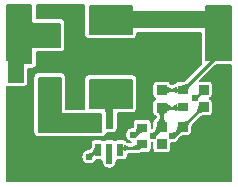
<source format=gtl>
G04 Layer: TopLayer*
G04 EasyEDA Pro v2.2.37.7, 2025-06-16 05:36:05*
G04 Gerber Generator version 0.3*
G04 Scale: 100 percent, Rotated: No, Reflected: No*
G04 Dimensions in millimeters*
G04 Leading zeros omitted, absolute positions, 4 integers and 5 decimals*
%FSLAX45Y45*%
%MOMM*%
%ADD10C,0.2032*%
%ADD11R,1.72799X1.48501*%
%ADD12R,0.9X0.8*%
%ADD13R,1.35001X1.41*%
%ADD14R,0.9X0.8*%
%ADD15R,1.62001X2.04638*%
%ADD16R,1.62001X2.04638*%
%ADD17R,1.2X1.4*%
%ADD18C,1.8*%
%ADD19R,1.8014X1.8*%
%ADD20R,1.8X1.8*%
%ADD21R,3.62001X2.424*%
%ADD22R,0.86401X0.80648*%
%ADD23R,0.532X1.07201*%
%ADD24C,0.61*%
%ADD25C,0.254*%
G75*


G04 Copper Start*
G36*
G01X3563620Y-764540D02*
G01X3553714Y-764540D01*
G01X3553714Y-302514D01*
G01X3761740Y-302514D01*
G01X3761740Y-444500D01*
G01X3762513Y-448388D01*
G01X3764716Y-451684D01*
G01X3767256Y-454224D01*
G01X3770552Y-456427D01*
G01X3774440Y-457200D01*
G01X4001911Y-457200D01*
G01X4001911Y-655320D01*
G01X3772106Y-655320D01*
G01X3767026Y-656681D01*
G01X3763307Y-660400D01*
G01X3761946Y-665480D01*
G01X3761946Y-794483D01*
G01X3700875Y-794483D01*
G01X3695795Y-795844D01*
G01X3692076Y-799563D01*
G01X3690715Y-804643D01*
G01X3690715Y-948208D01*
G01X3573780Y-948208D01*
G01X3573780Y-774700D01*
G01X3572419Y-769620D01*
G01X3568700Y-765901D01*
G01X3563620Y-764540D01*
G37*
G36*
G01X4020820Y-1224280D02*
G01X4354217Y-1224280D01*
G01X4354217Y-1374140D01*
G01X3824494Y-1374140D01*
G01X3824494Y-916940D01*
G01X4008120Y-916940D01*
G01X4008120Y-1211580D01*
G01X4008893Y-1215468D01*
G01X4011096Y-1218764D01*
G01X4013636Y-1221304D01*
G01X4016932Y-1223507D01*
G01X4020820Y-1224280D01*
G37*
G36*
G01X4445000Y-1341120D02*
G01X4400191Y-1341120D01*
G01X4400191Y-1214120D01*
G01X4399208Y-1205784D01*
G01X4396311Y-1197906D01*
G01X4391660Y-1190919D01*
G01X4391660Y-1181100D01*
G01X4390299Y-1176020D01*
G01X4386580Y-1172301D01*
G01X4381500Y-1170940D01*
G01X4253627Y-1170940D01*
G01X4253627Y-932180D01*
G01X4609864Y-932180D01*
G01X4609864Y-1170940D01*
G01X4455160Y-1170940D01*
G01X4450080Y-1172301D01*
G01X4446361Y-1176020D01*
G01X4445000Y-1181100D01*
G01X4445000Y-1341120D01*
G37*
G36*
G01X5242560Y-307261D02*
G01X5448300Y-307261D01*
G01X5448300Y-764540D01*
G01X5242560Y-764540D01*
G01X5242560Y-499430D01*
G01X5241199Y-494350D01*
G01X5237480Y-490631D01*
G01X5232400Y-489270D01*
G01X4620858Y-489270D01*
G01X4615778Y-490631D01*
G01X4612060Y-494350D01*
G01X4610698Y-499430D01*
G01X4610698Y-543560D01*
G01X4254500Y-543560D01*
G01X4254500Y-305244D01*
G01X4610987Y-305244D01*
G01X4610987Y-345234D01*
G01X4612348Y-350314D01*
G01X4616067Y-354033D01*
G01X4621147Y-355394D01*
G01X5232400Y-355394D01*
G01X5237480Y-354033D01*
G01X5241199Y-350314D01*
G01X5242560Y-345234D01*
G01X5242560Y-307261D01*
G37*
G36*
G01X5445213Y-810514D02*
G01X5450586Y-812178D01*
G01X5450586Y-1792986D01*
G01X3553714Y-1792986D01*
G01X3553714Y-992785D01*
G01X3563620Y-994182D01*
G01X3700875Y-994182D01*
G01X3711942Y-992429D01*
G01X3721926Y-987342D01*
G01X3729849Y-979419D01*
G01X3734936Y-969435D01*
G01X3736689Y-958368D01*
G01X3736689Y-906891D01*
G01X3776726Y-906891D01*
G01X3778520Y-917974D01*
G01X3778520Y-1384300D01*
G01X3780273Y-1395367D01*
G01X3785360Y-1405351D01*
G01X3793283Y-1413274D01*
G01X3803267Y-1418361D01*
G01X3814334Y-1420114D01*
G01X4363720Y-1420114D01*
G01X4372989Y-1418894D01*
G01X4381627Y-1415316D01*
G01X4389044Y-1409624D01*
G01X4389701Y-1408967D01*
G01X4394801Y-1402538D01*
G01X4398303Y-1395117D01*
G01X4400024Y-1387094D01*
G01X4454803Y-1387094D01*
G01X4464072Y-1385874D01*
G01X4472710Y-1382296D01*
G01X4480127Y-1376604D01*
G01X4480484Y-1376247D01*
G01X4486176Y-1368830D01*
G01X4489754Y-1360192D01*
G01X4490974Y-1350923D01*
G01X4490974Y-1216914D01*
G01X4620260Y-1216914D01*
G01X4632107Y-1214898D01*
G01X4642620Y-1209076D01*
G01X4650616Y-1200105D01*
G01X4655193Y-1188993D01*
G01X4655838Y-1176993D01*
G01X4655838Y-922020D01*
G01X4654085Y-910953D01*
G01X4648998Y-900969D01*
G01X4641075Y-893046D01*
G01X4631091Y-887959D01*
G01X4620024Y-886206D01*
G01X4243467Y-886206D01*
G01X4232400Y-887959D01*
G01X4222416Y-893046D01*
G01X4214493Y-900969D01*
G01X4209406Y-910953D01*
G01X4207653Y-922020D01*
G01X4207653Y-1178306D01*
G01X4054094Y-1178306D01*
G01X4054094Y-1178306D01*
G01X4054094Y-906780D01*
G01X4052341Y-895713D01*
G01X4047254Y-885729D01*
G01X4039331Y-877806D01*
G01X4029347Y-872719D01*
G01X4018280Y-870966D01*
G01X3812540Y-870966D01*
G01X3801452Y-872726D01*
G01X3791453Y-877832D01*
G01X3783527Y-885783D01*
G01X3778452Y-895797D01*
G01X3776726Y-906891D01*
G01X3736689Y-906891D01*
G01X3736689Y-840457D01*
G01X3772106Y-840457D01*
G01X3783173Y-838704D01*
G01X3793157Y-833617D01*
G01X3801080Y-825693D01*
G01X3806167Y-815710D01*
G01X3807920Y-804643D01*
G01X3807920Y-701294D01*
G01X4010660Y-701294D01*
G01X4019929Y-700074D01*
G01X4028567Y-696496D01*
G01X4035984Y-690804D01*
G01X4037395Y-689394D01*
G01X4043087Y-681976D01*
G01X4046664Y-673339D01*
G01X4047885Y-664069D01*
G01X4047885Y-447040D01*
G01X4046132Y-435973D01*
G01X4041045Y-425989D01*
G01X4033122Y-418066D01*
G01X4023138Y-412979D01*
G01X4012071Y-411226D01*
G01X3807714Y-411226D01*
G01X3807714Y-302514D01*
G01X4208526Y-302514D01*
G01X4208526Y-553720D01*
G01X4210279Y-564787D01*
G01X4215366Y-574771D01*
G01X4223289Y-582694D01*
G01X4233273Y-587781D01*
G01X4244340Y-589534D01*
G01X4620858Y-589534D01*
G01X4631926Y-587781D01*
G01X4641909Y-582694D01*
G01X4649833Y-574771D01*
G01X4654920Y-564787D01*
G01X4656672Y-553720D01*
G01X4656672Y-535244D01*
G01X5196586Y-535244D01*
G01X5196586Y-774700D01*
G01X5197952Y-784496D01*
G01X5201944Y-793544D01*
G01X5054225Y-941263D01*
G01X5045984Y-945077D01*
G01X5036999Y-946384D01*
G01X4996900Y-946384D01*
G01X4986356Y-947971D01*
G01X4976746Y-952593D01*
G01X4968923Y-959838D01*
G01X4963580Y-969066D01*
G01X4958800Y-970077D01*
G01X4945400Y-970077D01*
G01X4942048Y-969591D01*
G01X4937331Y-958754D01*
G01X4929345Y-950041D01*
G01X4918957Y-944403D01*
G01X4907300Y-942453D01*
G01X4820900Y-942453D01*
G01X4809833Y-944206D01*
G01X4799849Y-949293D01*
G01X4791926Y-957216D01*
G01X4786839Y-967200D01*
G01X4785086Y-978267D01*
G01X4785086Y-1058915D01*
G01X4786400Y-1068528D01*
G01X4790247Y-1077437D01*
G01X4796344Y-1084985D01*
G01X4804244Y-1090620D01*
G01X4813366Y-1093927D01*
G01X4804244Y-1097235D01*
G01X4796344Y-1102869D01*
G01X4790247Y-1110418D01*
G01X4786400Y-1119326D01*
G01X4785086Y-1128940D01*
G01X4785086Y-1209587D01*
G01X4786572Y-1219798D01*
G01X4790908Y-1229161D01*
G01X4797733Y-1236899D01*
G01X4806480Y-1242370D01*
G01X4816425Y-1245121D01*
G01X4816707Y-1247687D01*
G01X4816707Y-1251264D01*
G01X4816387Y-1253996D01*
G01X4806749Y-1256969D01*
G01X4798323Y-1262512D01*
G01X4791776Y-1270184D01*
G01X4787627Y-1279378D01*
G01X4786207Y-1289364D01*
G01X4786207Y-1328946D01*
G01X4784559Y-1339008D01*
G01X4779814Y-1339634D01*
G01X4779814Y-1299698D01*
G01X4778061Y-1288631D01*
G01X4772974Y-1278647D01*
G01X4765051Y-1270724D01*
G01X4755067Y-1265637D01*
G01X4744000Y-1263884D01*
G01X4654000Y-1263884D01*
G01X4642933Y-1265637D01*
G01X4632949Y-1270724D01*
G01X4625026Y-1278647D01*
G01X4619939Y-1288631D01*
G01X4618186Y-1299698D01*
G01X4618186Y-1332777D01*
G01X4602284Y-1334604D01*
G01X4587282Y-1340188D01*
G01X4574056Y-1349204D01*
G01X4563375Y-1361127D01*
G01X4555863Y-1375262D01*
G01X4551956Y-1390785D01*
G01X4551883Y-1406792D01*
G01X4555647Y-1422350D01*
G01X4563030Y-1436553D01*
G01X4573600Y-1448573D01*
G01X4586743Y-1457710D01*
G01X4601693Y-1463431D01*
G01X4579296Y-1463431D01*
G01X4575343Y-1462750D01*
G01X4570294Y-1452669D01*
G01X4562361Y-1444658D01*
G01X4552330Y-1439510D01*
G01X4541196Y-1437735D01*
G01X4487996Y-1437735D01*
G01X4477019Y-1439459D01*
G01X4467098Y-1444465D01*
G01X4457177Y-1439459D01*
G01X4446200Y-1437735D01*
G01X4393000Y-1437735D01*
G01X4382023Y-1439459D01*
G01X4372102Y-1444465D01*
G01X4362181Y-1439459D01*
G01X4351204Y-1437735D01*
G01X4298004Y-1437735D01*
G01X4286937Y-1439488D01*
G01X4276953Y-1444575D01*
G01X4269030Y-1452498D01*
G01X4263943Y-1462482D01*
G01X4262190Y-1473549D01*
G01X4262190Y-1502245D01*
G01X4258136Y-1509936D01*
G01X4252634Y-1516667D01*
G01X4250744Y-1518556D01*
G01X4249105Y-1518647D01*
G01X4233741Y-1520526D01*
G01X4219232Y-1525916D01*
G01X4206367Y-1534522D01*
G01X4195848Y-1545876D01*
G01X4188247Y-1559359D01*
G01X4183979Y-1574237D01*
G01X4183275Y-1589699D01*
G01X4186176Y-1604902D01*
G01X4192521Y-1619020D01*
G01X4201966Y-1631282D01*
G01X4213997Y-1641020D01*
G01X4227957Y-1647705D01*
G01X4243087Y-1650971D01*
G01X4258561Y-1650641D01*
G01X4273538Y-1646733D01*
G01X4287200Y-1639460D01*
G01X4298805Y-1629217D01*
G01X4307719Y-1616564D01*
G01X4351204Y-1616564D01*
G01X4353708Y-1616476D01*
G01X4353825Y-1632388D01*
G01X4357730Y-1647813D01*
G01X4365196Y-1661864D01*
G01X4375795Y-1673732D01*
G01X4388916Y-1682734D01*
G01X4403803Y-1688351D01*
G01X4419600Y-1690260D01*
G01X4435397Y-1688351D01*
G01X4450284Y-1682734D01*
G01X4463405Y-1673732D01*
G01X4474004Y-1661864D01*
G01X4481470Y-1647813D01*
G01X4485375Y-1632388D01*
G01X4485492Y-1616476D01*
G01X4487996Y-1616564D01*
G01X4541196Y-1616564D01*
G01X4552263Y-1614811D01*
G01X4562247Y-1609724D01*
G01X4570170Y-1601801D01*
G01X4575257Y-1591817D01*
G01X4577010Y-1580750D01*
G01X4577010Y-1560682D01*
G01X4579296Y-1560459D01*
G01X4666757Y-1560459D01*
G01X4677707Y-1559207D01*
G01X4688092Y-1555516D01*
G01X4744000Y-1555516D01*
G01X4755067Y-1553763D01*
G01X4765051Y-1548676D01*
G01X4772974Y-1540753D01*
G01X4778061Y-1530769D01*
G01X4779814Y-1519702D01*
G01X4779814Y-1470414D01*
G01X4786207Y-1471176D01*
G01X4786207Y-1520684D01*
G01X4787960Y-1531751D01*
G01X4793047Y-1541735D01*
G01X4800970Y-1549658D01*
G01X4810954Y-1554745D01*
G01X4822021Y-1556498D01*
G01X4908422Y-1556498D01*
G01X4919489Y-1554745D01*
G01X4929473Y-1549658D01*
G01X4937396Y-1541735D01*
G01X4942483Y-1531751D01*
G01X4944236Y-1520684D01*
G01X4944236Y-1472876D01*
G01X4958027Y-1473301D01*
G01X4971607Y-1470863D01*
G01X4984389Y-1465667D01*
G01X4995819Y-1457939D01*
G01X5005402Y-1448013D01*
G01X5012724Y-1436319D01*
G01X5016675Y-1428821D01*
G01X5017531Y-1427545D01*
G01X5018771Y-1426101D01*
G01X5029251Y-1415622D01*
G01X5037492Y-1411809D01*
G01X5046478Y-1410501D01*
G01X5085100Y-1410501D01*
G01X5096167Y-1408749D01*
G01X5106151Y-1403662D01*
G01X5114074Y-1395738D01*
G01X5119161Y-1385755D01*
G01X5120914Y-1374687D01*
G01X5120914Y-1336065D01*
G01X5122221Y-1327079D01*
G01X5126035Y-1318838D01*
G01X5196942Y-1247931D01*
G01X5205183Y-1244118D01*
G01X5214168Y-1242811D01*
G01X5262037Y-1242811D01*
G01X5273104Y-1241058D01*
G01X5283088Y-1235971D01*
G01X5291011Y-1228048D01*
G01X5296098Y-1218064D01*
G01X5297851Y-1206997D01*
G01X5297851Y-1126349D01*
G01X5296536Y-1116735D01*
G01X5292689Y-1107827D01*
G01X5286592Y-1100279D01*
G01X5278693Y-1094644D01*
G01X5269571Y-1091336D01*
G01X5278693Y-1088029D01*
G01X5286592Y-1082394D01*
G01X5292689Y-1074846D01*
G01X5296536Y-1065938D01*
G01X5297851Y-1056324D01*
G01X5297851Y-975676D01*
G01X5296098Y-964609D01*
G01X5291011Y-954625D01*
G01X5283088Y-946702D01*
G01X5273104Y-941615D01*
G01X5262037Y-939862D01*
G01X5192845Y-939862D01*
G01X5322193Y-810514D01*
G01X5445213Y-810514D01*
G37*
G54D10*
G01X3563620Y-764540D02*
G01X3553714Y-764540D01*
G01X3553714Y-302514D01*
G01X3761740Y-302514D01*
G01X3761740Y-444500D01*
G03X3764716Y-451684I10160J0D01*
G01X3767256Y-454224D01*
G03X3774440Y-457200I7184J7184D01*
G01X4001911Y-457200D01*
G01X4001911Y-655320D01*
G01X3772106Y-655320D01*
G03X3761946Y-665480I0J-10160D01*
G01X3761946Y-794483D01*
G01X3700875Y-794483D01*
G03X3690715Y-804643I0J-10160D01*
G01X3690715Y-948208D01*
G01X3573780Y-948208D01*
G01X3573780Y-774700D01*
G03X3563620Y-764540I-10160J0D01*
G01X4020820Y-1224280D02*
G01X4354217Y-1224280D01*
G01X4354217Y-1374140D01*
G01X3824494Y-1374140D01*
G01X3824494Y-916940D01*
G01X4008120Y-916940D01*
G01X4008120Y-1211580D01*
G03X4011096Y-1218764I10160J0D01*
G01X4013636Y-1221304D01*
G03X4020820Y-1224280I7184J7184D01*
G01X4445000Y-1341120D02*
G01X4400191Y-1341120D01*
G01X4400191Y-1214120D01*
G03X4391660Y-1190919I-35814J0D01*
G01X4391660Y-1181100D01*
G03X4381500Y-1170940I-10160J0D01*
G01X4253627Y-1170940D01*
G01X4253627Y-932180D01*
G01X4609864Y-932180D01*
G01X4609864Y-1170940D01*
G01X4455160Y-1170940D01*
G03X4445000Y-1181100I0J-10160D01*
G01X4445000Y-1341120D01*
G01X5242560Y-307261D02*
G01X5448300Y-307261D01*
G01X5448300Y-764540D01*
G01X5242560Y-764540D01*
G01X5242560Y-499430D01*
G03X5232400Y-489270I-10160J0D01*
G01X4620858Y-489270D01*
G03X4610698Y-499430I0J-10160D01*
G01X4610698Y-543560D01*
G01X4254500Y-543560D01*
G01X4254500Y-305244D01*
G01X4610987Y-305244D01*
G01X4610987Y-345234D01*
G03X4621147Y-355394I10160J0D01*
G01X5232400Y-355394D01*
G03X5242560Y-345234I0J10160D01*
G01X5242560Y-307261D01*
G01X5445213Y-810514D02*
G03X5450586Y-812178I13247J33274D01*
G01X5450586Y-1792986D01*
G01X3553714Y-1792986D01*
G01X3553714Y-992785D01*
G03X3563620Y-994182I9906J34417D01*
G01X3700875Y-994182D01*
G03X3736689Y-958368I0J35814D01*
G01X3736689Y-840457D01*
G01X3772106Y-840457D01*
G03X3807920Y-804643I0J35814D01*
G01X3807920Y-701294D01*
G01X4010660Y-701294D01*
G03X4035984Y-690804I0J35814D01*
G01X4037395Y-689394D01*
G03X4047885Y-664069I-25324J25324D01*
G01X4047885Y-447040D01*
G03X4012071Y-411226I-35814J0D01*
G01X3807714Y-411226D01*
G01X3807714Y-302514D01*
G01X4208526Y-302514D01*
G01X4208526Y-553720D01*
G03X4244340Y-589534I35814J0D01*
G01X4620858Y-589534D01*
G03X4656672Y-553720I0J35814D01*
G01X4656672Y-535244D01*
G01X5196586Y-535244D01*
G01X5196586Y-774700D01*
G03X5201944Y-793544I35814J0D01*
G01X5054225Y-941263D01*
G02X5036999Y-946384I-17226J26418D01*
G01X4996900Y-946384D01*
G03X4963580Y-969066I0J-35814D01*
G02X4958800Y-970077I-4780J10800D01*
G01X4945400Y-970077D01*
G02X4942048Y-969591I0J11811D01*
G03X4907300Y-942453I-34747J-8676D01*
G01X4820900Y-942453D01*
G03X4785086Y-978267I0J-35814D01*
G01X4785086Y-1058915D01*
G03X4813366Y-1093927I35814J0D01*
G03X4785086Y-1128940I7534J-35013D01*
G01X4785086Y-1209587D01*
G03X4816425Y-1245121I35814J0D01*
G02X4816707Y-1247687I-11529J-2567D01*
G01X4816707Y-1251264D01*
G02X4816387Y-1253996I-11811J0D01*
G03X4786207Y-1289364I5634J-35368D01*
G01X4786207Y-1328946D01*
G02X4784559Y-1339008I-31538J0D01*
G03X4779814Y-1339634I6286J-66015D01*
G01X4779814Y-1299698D01*
G03X4744000Y-1263884I-35814J0D01*
G01X4654000Y-1263884D01*
G03X4618186Y-1299698I0J-35814D01*
G01X4618186Y-1332777D01*
G03X4551956Y-1390785I-438J-66313D01*
G03X4601693Y-1463431I65792J-8305D01*
G01X4579296Y-1463431D01*
G02X4575343Y-1462750I0J11811D01*
G03X4541196Y-1437735I-34147J-10799D01*
G01X4487996Y-1437735D01*
G03X4467098Y-1444465I0J-35814D01*
G03X4446200Y-1437735I-20898J-29085D01*
G01X4393000Y-1437735D01*
G03X4372102Y-1444465I0J-35814D01*
G03X4351204Y-1437735I-20898J-29085D01*
G01X4298004Y-1437735D01*
G03X4262190Y-1473549I0J-35814D01*
G01X4262190Y-1502245D01*
G02X4252634Y-1516667I-40314J16336D01*
G01X4250744Y-1518556D01*
G01X4249105Y-1518647D01*
G03X4192521Y-1619020I315J-66313D01*
G03X4307719Y-1616564I56899J34060D01*
G01X4351204Y-1616564D01*
G01X4353708Y-1616476D01*
G03X4419600Y-1690260I65892J-7469D01*
G03X4485492Y-1616476I0J66314D01*
G01X4487996Y-1616564D01*
G01X4541196Y-1616564D01*
G03X4577010Y-1580750I0J35814D01*
G01X4577010Y-1560682D01*
G01X4579296Y-1560459D01*
G01X4666757Y-1560459D01*
G03X4688092Y-1555516I0J48514D01*
G01X4744000Y-1555516D01*
G03X4779814Y-1519702I0J35814D01*
G01X4779814Y-1470414D01*
G03X4786207Y-1471176I11031J65390D01*
G01X4786207Y-1520684D01*
G03X4822021Y-1556498I35814J0D01*
G01X4908422Y-1556498D01*
G03X4944236Y-1520684I0J35814D01*
G01X4944236Y-1472876D01*
G03X5012724Y-1436319I8927J65710D01*
G01X5016675Y-1428821D01*
G01X5017531Y-1427545D01*
G01X5018771Y-1426101D01*
G01X5029251Y-1415622D01*
G02X5046478Y-1410501I17226J-26418D01*
G01X5085100Y-1410501D01*
G03X5120914Y-1374687I0J35814D01*
G01X5120914Y-1336065D01*
G02X5126035Y-1318838I31538J0D01*
G01X5196942Y-1247931D01*
G02X5214168Y-1242811I17226J-26418D01*
G01X5262037Y-1242811D01*
G03X5297851Y-1206997I0J35814D01*
G01X5297851Y-1126349D01*
G03X5269571Y-1091336I-35814J0D01*
G03X5297851Y-1056324I-7534J35013D01*
G01X5297851Y-975676D01*
G03X5262037Y-939862I-35814J0D01*
G01X5192845Y-939862D01*
G01X5322193Y-810514D01*
G01X5445213Y-810514D01*
G01X4054094Y-1178306D02*
G01X4054094Y-906780D01*
G03X4018280Y-870966I-35814J0D01*
G01X3812540Y-870966D01*
G03X3778520Y-917974I0J-35814D01*
G01X3778520Y-1384300D01*
G03X3814334Y-1420114I35814J0D01*
G01X4363720Y-1420114D01*
G03X4389044Y-1409624I0J35814D01*
G01X4389701Y-1408967D01*
G03X4400024Y-1387094I-25324J25324D01*
G01X4454803Y-1387094D01*
G03X4480127Y-1376604I0J35814D01*
G01X4480484Y-1376247D01*
G03X4490974Y-1350923I-25324J25324D01*
G01X4490974Y-1216914D01*
G01X4620260Y-1216914D01*
G03X4655838Y-1176993I0J35814D01*
G01X4655838Y-922020D01*
G03X4620024Y-886206I-35814J0D01*
G01X4243467Y-886206D01*
G03X4207653Y-922020I0J-35814D01*
G01X4207653Y-1178306D01*
G01X4054094Y-1178306D01*
G04 Copper End*

G04 TearDrop Start*
G36*
G01X4615900Y-1524645D02*
G01X4615900Y-1499245D01*
G03X4654000Y-1480195I0J47625D01*
G01X4654000Y-1519702D01*
G03X4615900Y-1524645I0J-149311D01*
G37*
G36*
G01X4663490Y-1393168D02*
G01X4640530Y-1380207D01*
G03X4654000Y-1339796I-53882J40411D01*
G01X4703901Y-1379698D01*
G03X4663490Y-1393168I0J-67352D01*
G37*
G36*
G01X4958800Y-1031291D02*
G01X4958800Y-1005891D01*
G03X4996900Y-986841I0J47625D01*
G01X4996900Y-1050341D01*
G03X4958800Y-1031291I-38100J-28575D01*
G37*
G36*
G01X5077410Y-968727D02*
G01X5100370Y-981688D01*
G03X5086900Y-1022099I53882J-40411D01*
G01X5036999Y-982198D01*
G03X5077410Y-968727I0J67352D01*
G37*
G36*
G01X4958800Y-1181964D02*
G01X4958800Y-1156564D01*
G03X4996900Y-1137514I0J47625D01*
G01X4996900Y-1201014D01*
G03X4958800Y-1181964I-38100J-28575D01*
G37*
G36*
G01X5324312Y-757746D02*
G01X5274602Y-771535D01*
G03X5294648Y-737700I-56082J56082D01*
G01X5358148Y-737700D01*
G03X5324312Y-757746I22246J-76128D01*
G37*
G36*
G01X5173757Y-1220467D02*
G01X5162166Y-1196137D01*
G03X5175636Y-1155726I-53882J40411D01*
G01X5214168Y-1206997D01*
G03X5173757Y-1220467I0J-67352D01*
G37*
G36*
G01X5006066Y-1388158D02*
G01X4985229Y-1373074D01*
G03X4998700Y-1332663I-53882J40411D01*
G01X5046478Y-1374687D01*
G03X5006066Y-1388158I0J-67352D01*
G37*
G36*
G01X5077734Y-1280569D02*
G01X5098571Y-1295653D01*
G03X5085100Y-1336065I53882J-40411D01*
G01X5037322Y-1294040D01*
G03X5077734Y-1280569I0J67352D01*
G37*
G36*
G01X4945400Y-1005891D02*
G01X4945400Y-1031291D01*
G03X4907300Y-1050341I0J-47625D01*
G01X4907300Y-986841D01*
G03X4945400Y-1005891I38100J28575D01*
G37*
G36*
G01X4877921Y-1247687D02*
G01X4852521Y-1247687D01*
G03X4833471Y-1209587I-47625J0D01*
G01X4896971Y-1209587D01*
G03X4877921Y-1247687I28575J-38100D01*
G37*
G36*
G01X4945400Y-1156564D02*
G01X4945400Y-1181964D01*
G03X4907300Y-1201014I0J-47625D01*
G01X4907300Y-1137514D01*
G03X4945400Y-1156564I38100J28575D01*
G37*
G36*
G01X4830347Y-1383482D02*
G01X4808551Y-1369357D01*
G03X4822021Y-1328946I-53882J40411D01*
G01X4870759Y-1370011D01*
G03X4830347Y-1383482I0J-67352D01*
G37*
G36*
G01X4852521Y-1251264D02*
G01X4877921Y-1251264D01*
G03X4896971Y-1289364I47625J0D01*
G01X4833471Y-1289364D01*
G03X4852521Y-1251264I-28575J38100D01*
G37*
G36*
G01X4406900Y-1206500D02*
G01X4432300Y-1206500D01*
G03X4446200Y-1243730I56808J0D01*
G01X4393000Y-1243730D01*
G03X4406900Y-1206500I-42908J37230D01*
G37*
G36*
G01X4264168Y-1591701D02*
G01X4277958Y-1541991D01*
G03X4298004Y-1508155I-56082J56082D01*
G01X4298004Y-1571655D01*
G03X4264168Y-1591701I22246J-76128D01*
G37*
G36*
G01X4433660Y-1618850D02*
G01X4408260Y-1618850D01*
G03X4393000Y-1580750I-55192J0D01*
G01X4446200Y-1580750D01*
G03X4433660Y-1618850I51609J-38100D01*
G37*
G36*
G01X4579296Y-1499245D02*
G01X4579296Y-1524645D01*
G03X4541196Y-1543695I0J-47625D01*
G01X4541196Y-1480195D01*
G03X4579296Y-1499245I38100J28575D01*
G37*
G36*
G01X4986479Y-1371824D02*
G01X4992487Y-1401737D01*
G01X4988979Y-1405821D01*
G01X4985878Y-1410442D01*
G01X4980743Y-1420186D01*
G01X4962634Y-1378173D01*
G01X4965497Y-1378790D01*
G01X4968632Y-1378917D01*
G01X4971921Y-1378597D01*
G01X4975244Y-1377874D01*
G01X4981513Y-1375393D01*
G01X4984218Y-1373723D01*
G01X4986479Y-1371824D01*
G37*
G36*
G01X4408260Y-1581422D02*
G01X4433660Y-1583462D01*
G01X4433878Y-1586350D01*
G01X4434493Y-1589211D01*
G01X4436689Y-1594778D01*
G01X4439793Y-1600024D01*
G01X4443352Y-1604812D01*
G01X4397647Y-1602772D01*
G01X4401544Y-1598190D01*
G01X4404944Y-1592900D01*
G01X4407348Y-1587209D01*
G01X4408022Y-1584308D01*
G01X4408260Y-1581422D01*
G37*
G36*
G01X4811226Y-1366682D02*
G01X4829187Y-1384642D01*
G01X4827305Y-1386847D01*
G01X4825725Y-1389340D01*
G01X4823377Y-1394949D01*
G01X4821958Y-1400977D01*
G01X4821285Y-1406934D01*
G01X4788935Y-1374584D01*
G01X4794891Y-1373911D01*
G01X4800920Y-1372492D01*
G01X4806528Y-1370143D01*
G01X4809022Y-1368563D01*
G01X4811226Y-1366682D01*
G37*
G36*
G01X4272842Y-1547107D02*
G01X4288156Y-1567714D01*
G01X4286262Y-1569901D01*
G01X4284667Y-1572327D01*
G01X4282245Y-1577715D01*
G01X4280639Y-1583512D01*
G01X4279602Y-1589354D01*
G01X4250007Y-1554466D01*
G01X4256023Y-1554133D01*
G01X4262258Y-1552854D01*
G01X4268077Y-1550542D01*
G01X4270631Y-1548971D01*
G01X4272842Y-1547107D01*
G37*
G36*
G01X4432300Y-1248024D02*
G01X4406900Y-1248024D01*
G01X4406671Y-1245135D01*
G01X4406025Y-1242254D01*
G01X4403720Y-1236628D01*
G01X4400461Y-1231362D01*
G01X4396725Y-1226674D01*
G01X4442475Y-1226674D01*
G01X4438739Y-1231362D01*
G01X4435480Y-1236628D01*
G01X4433175Y-1242254D01*
G01X4432529Y-1245135D01*
G01X4432300Y-1248024D01*
G37*
G36*
G01X4655693Y-1365044D02*
G01X4656855Y-1399803D01*
G01X4649603Y-1407707D01*
G01X4643021Y-1416163D01*
G01X4633319Y-1372864D01*
G01X4636320Y-1374172D01*
G01X4639280Y-1374590D01*
G01X4642191Y-1374236D01*
G01X4645042Y-1373230D01*
G01X4647827Y-1371688D01*
G01X4650536Y-1369732D01*
G01X4655693Y-1365044D01*
G37*
G04 TearDrop End*

G04 Pad Start*
G54D11*
G01X3911600Y-1263142D03*
G01X3911600Y-1581658D03*
G54D12*
G01X4150056Y-1335011D03*
G01X4150056Y-1475016D03*
G54D13*
G01X4887900Y-622300D03*
G01X4887900Y-422300D03*
G01X5103800Y-622300D03*
G01X5103800Y-422300D03*
G54D14*
G01X4699000Y-1479702D03*
G01X4699000Y-1339698D03*
G54D12*
G01X5041900Y-1022198D03*
G01X5041900Y-1162202D03*
G54D15*
G01X3923360Y-557009D03*
G54D16*
G01X3925240Y-1017791D03*
G54D17*
G01X3632200Y-1227607D03*
G01X3632200Y-880593D03*
G54D18*
G01X3644900Y-393700D03*
G54D20*
G01X3644900Y-647700D03*
G54D18*
G01X5359400Y-393700D03*
G54D20*
G01X5359400Y-647700D03*
G54D18*
G01X3644900Y-1447800D03*
G54D20*
G01X3644900Y-1701800D03*
G54D18*
G01X5359400Y-1447800D03*
G54D20*
G01X5359400Y-1701800D03*
G54D21*
G01X4432300Y-423799D03*
G01X4432300Y-1049401D03*
G54D22*
G01X5218836Y-1016000D03*
G01X5218836Y-1166673D03*
G01X5041900Y-1334364D03*
G01X5041900Y-1485036D03*
G01X4864100Y-1018591D03*
G01X4864100Y-1169264D03*
G01X4865221Y-1329687D03*
G01X4865221Y-1480360D03*
G54D23*
G01X4514596Y-1297330D03*
G01X4419600Y-1297330D03*
G01X4324604Y-1297330D03*
G01X4324604Y-1527150D03*
G01X4419600Y-1527150D03*
G01X4514596Y-1527150D03*
G04 Pad End*

G04 Via Start*
G54D24*
G01X4953163Y-1407165D03*
G01X4419600Y-1623946D03*
G01X4790845Y-1405024D03*
G01X4249420Y-1584960D03*
G01X5146040Y-1089660D03*
G01X3909060Y-1153160D03*
G01X3655314Y-1081786D03*
G01X3756914Y-1589786D03*
G01X3858514Y-370586D03*
G01X3858514Y-1691386D03*
G01X3960114Y-370586D03*
G01X3960114Y-776986D03*
G01X3960114Y-1691386D03*
G01X4061714Y-776986D03*
G01X4061714Y-370586D03*
G01X4061714Y-1691386D03*
G01X4061714Y-1589786D03*
G01X4061714Y-1488186D03*
G01X4163314Y-980186D03*
G01X4163314Y-878586D03*
G01X4163314Y-776986D03*
G01X4163314Y-675386D03*
G01X4163314Y-573786D03*
G01X4163314Y-472186D03*
G01X4163314Y-370586D03*
G01X4163314Y-1691386D03*
G01X4264914Y-776986D03*
G01X4264914Y-675386D03*
G01X4264914Y-1691386D03*
G01X4366514Y-776986D03*
G01X4366514Y-675386D03*
G01X4468114Y-776986D03*
G01X4468114Y-675386D03*
G01X4569714Y-776986D03*
G01X4569714Y-675386D03*
G01X4569714Y-1691386D03*
G01X4671314Y-878586D03*
G01X4671314Y-776986D03*
G01X4671314Y-675386D03*
G01X4671314Y-1691386D03*
G01X4772914Y-878586D03*
G01X4772914Y-776986D03*
G01X4772914Y-675386D03*
G01X4772914Y-573786D03*
G01X4772914Y-1691386D03*
G01X4874514Y-878586D03*
G01X4874514Y-776986D03*
G01X4874514Y-1691386D03*
G01X4874514Y-1589786D03*
G01X4976114Y-878586D03*
G01X4976114Y-776986D03*
G01X4976114Y-1691386D03*
G01X4976114Y-1589786D03*
G01X5077714Y-776986D03*
G01X5077714Y-1691386D03*
G01X5077714Y-1589786D03*
G01X5179314Y-1691386D03*
G01X5179314Y-1589786D03*
G01X5179314Y-1488186D03*
G01X5179314Y-1386586D03*
G01X5280914Y-1284986D03*
G01X5382514Y-1284986D03*
G01X5382514Y-1183386D03*
G01X5382514Y-1081786D03*
G01X5382514Y-980186D03*
G01X5382514Y-878586D03*
G01X4419600Y-1206500D03*
G01X4617748Y-1399090D03*
G01X4520436Y-1412653D03*
G01X4422010Y-1412654D03*
G04 Via End*

G04 Track Start*
G54D25*
G01X4515956Y-1511945D02*
G01X4666757Y-1511945D01*
G01X4699000Y-1479702D01*
G01X5359400Y-647700D02*
G01X5359400Y-704698D01*
G01X5041900Y-1022198D01*
G01X5038293Y-1018591D01*
G01X4864100Y-1018591D01*
G01X5041900Y-1334364D02*
G01X5209591Y-1166673D01*
G01X5218836Y-1166673D01*
G01X5041900Y-1334364D02*
G01X4969099Y-1407165D01*
G01X4953163Y-1407165D01*
G01X4865221Y-1329687D02*
G01X4865221Y-1330647D01*
G01X4790845Y-1405024D01*
G01X5218836Y-1016000D02*
G01X5146040Y-1088796D01*
G01X5146040Y-1089660D01*
G01X4865221Y-1329687D02*
G01X4865221Y-1170385D01*
G01X4864100Y-1169264D01*
G01X5034839Y-1169264D01*
G01X5041900Y-1162202D01*
G01X4249420Y-1584960D02*
G01X4252949Y-1584960D01*
G01X4325964Y-1511945D01*
G01X4419600Y-1623946D02*
G01X4420960Y-1622586D01*
G01X4420960Y-1511945D01*
G01X4419600Y-1206500D02*
G01X4419600Y-1297330D01*
G01X4699028Y-1339670D02*
G01X4639608Y-1399090D01*
G01X4617748Y-1399090D01*
G04 Track End*

M02*


</source>
